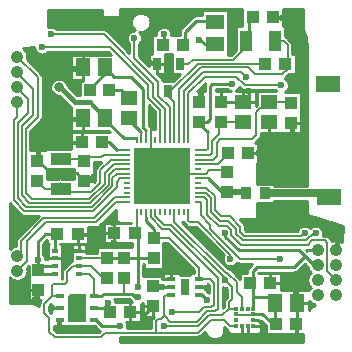
<source format=gbr>
G04 DipTrace 3.2.0.1*
G04 Top.gbr*
%MOIN*%
G04 #@! TF.FileFunction,Copper,L1,Top*
G04 #@! TF.Part,Single*
%AMOUTLINE0*
4,1,4,
-0.018755,-0.019634,
-0.018647,0.019736,
0.018755,0.019634,
0.018647,-0.019736,
-0.018755,-0.019634,
0*%
%AMOUTLINE3*
4,1,4,
0.039302,0.027655,
0.039437,-0.027462,
-0.039302,-0.027655,
-0.039437,0.027462,
0.039302,0.027655,
0*%
%AMOUTLINE6*
4,1,5,
0.029528,-0.047244,
-0.029528,-0.047244,
-0.029528,0.037402,
-0.019685,0.047244,
0.029528,0.047244,
0.029528,-0.047244,
0*%
G04 #@! TA.AperFunction,CopperBalancing*
%ADD10C,0.009843*%
G04 #@! TA.AperFunction,Conductor*
%ADD15C,0.007874*%
%ADD16C,0.015748*%
%ADD17C,0.006299*%
%ADD18C,0.009055*%
%ADD19C,0.020079*%
%ADD20C,0.025591*%
%ADD21C,0.030315*%
G04 #@! TA.AperFunction,ViaPad*
%ADD22C,0.031496*%
G04 #@! TA.AperFunction,Conductor*
%ADD23C,0.010236*%
%ADD25C,0.017717*%
%ADD26C,0.01378*%
G04 #@! TA.AperFunction,ViaPad*
%ADD28C,0.023622*%
G04 #@! TA.AperFunction,Conductor*
%ADD29C,0.005906*%
G04 #@! TA.AperFunction,CopperBalancing*
%ADD30C,0.008661*%
%ADD32R,0.051181X0.059055*%
%ADD33R,0.03937X0.043307*%
%ADD34R,0.043307X0.03937*%
%ADD36R,0.059055X0.051181*%
%ADD38R,0.057087X0.047244*%
%ADD39R,0.037402X0.03937*%
%ADD40R,0.03X0.03*%
%ADD42R,0.025591X0.041339*%
%ADD43R,0.03937X0.070866*%
G04 #@! TA.AperFunction,ComponentPad*
%ADD44C,0.041339*%
%ADD46R,0.055118X0.047244*%
%ADD47R,0.185039X0.185039*%
%ADD48O,0.007874X0.025591*%
%ADD49O,0.025591X0.007874*%
%ADD50R,0.070866X0.03937*%
%ADD51R,0.019685X0.01378*%
%ADD53R,0.031496X0.011811*%
%ADD54R,0.025591X0.05315*%
%ADD55R,0.031496X0.015748*%
%ADD57R,0.012795X0.011811*%
%ADD58R,0.011811X0.012795*%
G04 #@! TA.AperFunction,ViaPad*
%ADD61C,0.025984*%
%ADD116OUTLINE0*%
%ADD119OUTLINE3*%
%ADD122OUTLINE6*%
%FSLAX26Y26*%
G04*
G70*
G90*
G75*
G01*
G04 Top*
%LPD*%
X73658Y38976D2*
D15*
X138180D1*
X172432Y73228D1*
Y77165D1*
X73658Y7480D2*
X98031D1*
X110236Y19685D1*
X175975D1*
D10*
X168888Y12598D1*
X388976Y126378D2*
X389764D1*
Y177953D1*
X383465D1*
X330315Y125984D2*
X321260D1*
X310630Y136614D1*
Y180315D1*
X-84252Y186220D2*
D15*
Y118701D1*
X-84807D1*
Y38976D1*
D10*
X-45437Y-394D1*
X73658Y7480D2*
D15*
X-37563D1*
D10*
X-45437Y-394D1*
X242126Y284252D2*
Y265354D1*
X224016Y247244D1*
X85433Y282283D2*
Y257087D1*
X75984Y247638D1*
X275984Y77953D2*
X239361D1*
Y77165D1*
X-208268Y-157087D2*
Y-187411D1*
X-205521Y-190157D1*
X-350394Y191339D2*
D16*
X-313395D1*
D10*
X-310639Y194094D1*
X-353552Y110630D2*
X-317332D1*
X-315364Y112598D1*
X-385039Y9843D2*
X-331496D1*
X-306299Y-15354D1*
X-385039Y9843D2*
X-418504D1*
X-462992Y54331D1*
Y51181D1*
X-455512Y87402D2*
Y58661D1*
X-462992Y51181D1*
X-275197Y-2362D2*
X-287017D1*
X-300009Y-15354D1*
X-306299D1*
X-356693Y353543D2*
X-320088D1*
X-311820Y361811D1*
X381496Y-176772D2*
X383858D1*
X395276Y-165354D1*
X487008D1*
X507480Y-185827D1*
X539764Y-218110D1*
Y-239370D1*
X532677Y-246457D1*
X322835Y528740D2*
X321654D1*
Y537402D1*
X325591D1*
Y527953D1*
X356693D1*
X-414173Y-440551D2*
X-387008D1*
X-386614Y-440157D1*
X-470079Y-414961D2*
Y-390945D1*
X-459055Y-379921D1*
X-404724Y-274016D2*
X-381102D1*
X-371260Y-264173D1*
X-354331Y-247244D1*
X-325197D1*
X-324016Y-248425D1*
X-288976D1*
X-283858Y-243307D1*
X-286614Y-198031D2*
X-323622D1*
X-328740Y-192913D1*
X-206693Y-224803D2*
Y-191329D1*
X-205521Y-190157D1*
X-110236Y-471260D2*
Y-462205D1*
X-117717Y-454724D1*
X-151575D1*
X-153150Y-453150D1*
X218504Y-500787D2*
Y-524016D1*
X222835Y-528346D1*
X238189D1*
Y-500787D1*
X257874Y-481102D2*
X273228D1*
X291732Y-499606D1*
Y-500787D1*
X257874D1*
X238189Y-528346D2*
Y-541732D1*
X291732D1*
Y-500787D1*
X402756Y-538189D2*
Y-541732D1*
X291732D1*
X402756Y-538189D2*
Y-497244D1*
X400394Y-494882D1*
X313780Y-357874D2*
X374803D1*
X386614Y-369685D1*
Y-370866D1*
X391732Y-375984D1*
Y-412205D1*
X403937Y-424409D1*
Y-494882D1*
X400394D1*
X-363386Y-272047D2*
X-371260Y-264173D1*
X407874Y-3543D2*
Y107480D1*
X388976Y126378D1*
X505906Y-187402D2*
X507480Y-185827D1*
X383858Y-370866D2*
X386614D1*
X150394Y246850D2*
X223622D1*
X224016Y247244D1*
X-63386Y372835D2*
X-77165D1*
X-108268Y403937D1*
X104331Y-372835D2*
X101181Y-369685D1*
X74803D1*
X-15748Y-344094D2*
Y-296457D1*
X-16929Y-295276D1*
X-110236Y-471260D2*
Y-465354D1*
X-78740Y-433858D1*
X-394882Y-509449D2*
Y-479528D1*
X-386614D1*
X73658Y54724D2*
D17*
X122432D1*
X135030Y67323D1*
Y109440D1*
X147638Y122047D1*
X252756D1*
X267717Y137008D1*
Y211811D1*
X303150Y247244D1*
X310630D1*
X381102D1*
D10*
X383465Y244882D1*
X41177Y-119488D2*
D17*
Y-149445D1*
X46063Y-154331D1*
X72835D1*
X180709Y-262205D1*
Y-277165D1*
X73658Y70472D2*
X112589D1*
X120079Y77962D1*
Y117323D1*
X141339Y138583D1*
Y179921D1*
X150394D1*
X223622D1*
D10*
X224016Y180315D1*
X-164531Y86220D2*
D15*
X-198434D1*
D10*
X-224812Y112598D1*
X-248434D1*
X-164531Y-71260D2*
D17*
X-202756D1*
X-272441Y-140945D1*
X-442126D1*
X-517323Y-216142D1*
Y-253543D1*
X-529134Y-265354D1*
X296850Y373228D2*
Y374803D1*
X72047D1*
X-16535Y286220D1*
Y257087D1*
X-6067Y246618D1*
Y118701D1*
X-25984Y282283D2*
D10*
Y266535D1*
D17*
X-16535Y257087D1*
X464961Y-189764D2*
X458661D1*
X433465Y-214961D1*
X221260D1*
X198425Y-192126D1*
Y-175197D1*
X174016Y-150787D1*
X146063D1*
X116142Y-120866D1*
Y-73228D1*
X98425Y-55512D1*
X73658D1*
Y-39764D2*
X101181D1*
X129134Y-67717D1*
Y-112205D1*
X151181Y-134252D1*
X177953D1*
X213386Y-169685D1*
Y-187008D1*
X226772Y-200394D1*
X417323D1*
X428740Y-188976D1*
X532677Y-346457D2*
Y-345669D1*
X503150Y-316142D1*
Y-221654D1*
X496457Y-214961D1*
X452756D1*
X438189Y-229528D1*
X215354D1*
X183071Y-197244D1*
Y-179921D1*
X170866Y-167717D1*
X141732D1*
X102362Y-128346D1*
Y-80315D1*
X93307Y-71260D1*
X73658D1*
X347244Y-277165D2*
X346063Y-275984D1*
X212992D1*
X114173Y-177165D1*
Y-162598D1*
X82677Y-131102D1*
Y-87008D1*
X73658D1*
X-164531Y70472D2*
X-240945D1*
X-249213Y62205D1*
X-310639D1*
Y55915D1*
X-306299Y51575D1*
Y57874D1*
X-383071D1*
X-384252Y56693D1*
X-164531Y54724D2*
X-216535D1*
X-252756Y18504D1*
Y-22047D1*
X-282677Y-51969D1*
X-358671D1*
X-387017Y-23622D1*
Y-38967D1*
X-384252Y-41732D1*
X-437008D1*
X-462992Y-15748D1*
X-116303Y118701D2*
D15*
Y145034D1*
D10*
X-157490Y186220D1*
Y192913D1*
X-225197Y286047D2*
X-183694D1*
X-157490Y259843D1*
X-288189Y286220D2*
Y290954D1*
X-237017Y342126D1*
Y361811D1*
X-100555Y118701D2*
D15*
Y151727D1*
D18*
X-110245Y161417D1*
D10*
Y290157D1*
X-151584Y331496D1*
X-206702D1*
D18*
X-237017Y361811D1*
X73658Y-8268D2*
D15*
X107480D1*
D18*
X153543Y-54331D1*
X168888D1*
D19*
X231890D1*
Y-58268D1*
X294882D2*
D20*
X516929D1*
D21*
Y-66142D1*
D22*
X508787D1*
D10*
Y-68898D1*
X73658Y86220D2*
D15*
X100787D1*
X105118Y90551D1*
Y145669D1*
D23*
X70079Y180709D1*
X75984D1*
D10*
X102362D1*
X112992Y191339D1*
Y300394D1*
X119291Y306693D1*
X187795D1*
X-127559Y-370079D2*
Y-274016D1*
Y-271907D1*
Y-201190D1*
X-138592Y-190157D1*
X-134251D1*
X-132051Y-187958D1*
D15*
Y-119488D1*
X-390157Y296063D2*
D25*
X-387795D1*
X-338583Y246850D1*
X-288592D1*
D26*
X-235836Y194094D1*
D10*
Y187402D1*
X-174812Y126378D1*
X-133071D1*
D15*
Y122047D1*
X-132051D1*
Y118701D1*
X161417Y-190551D2*
D10*
X164567D1*
Y-203150D1*
X209055Y-247638D1*
X409055D1*
X428740Y-267323D1*
X458268Y-296850D1*
X471260D1*
X76772Y454724D2*
X79134D1*
X95276Y438583D1*
X130315D1*
X-227559Y-424016D2*
Y-445669D1*
X-220079Y-453150D1*
X-272441Y-440157D2*
X-233071D1*
X-220079Y-453150D1*
X-75197Y-274016D2*
X-127559D1*
Y-271907D2*
X-172975D1*
X-173228Y-271654D1*
X-231890Y-272047D2*
Y-274016D1*
X-175591D1*
X-173228Y-271654D1*
X-461417Y-279134D2*
Y-310630D1*
X-459055Y-312992D1*
X-404724Y-325197D2*
X-446850D1*
X-459055Y-312992D1*
X-404724Y-299606D2*
X-445669D1*
X-459055Y-312992D1*
X-404724Y-248425D2*
Y-194094D1*
X-396850D1*
X-395669Y-192913D1*
X-461417Y-279134D2*
Y-219291D1*
X-436220Y-194094D1*
X-404724D1*
X-324016Y-274016D2*
D15*
X-233858D1*
X-231890Y-272047D1*
X246850Y-357874D2*
D10*
X254724D1*
Y-317323D1*
X268504Y-303543D1*
X392520D1*
X428740Y-267323D1*
X257874Y-441732D2*
Y-402362D1*
Y-368898D1*
X246850Y-357874D1*
X257874Y-402362D2*
X307087D1*
X329134Y-424409D1*
X-46457Y-368898D2*
X-15748D1*
Y-369685D1*
X-46457Y-368898D2*
X-76772D1*
X-78740Y-366929D1*
X329134Y-424409D2*
X330709D1*
Y-492126D1*
X333465Y-494882D1*
X198819Y-461417D2*
D29*
Y-464173D1*
X257874D1*
Y-461417D1*
D10*
X287795D1*
X321260Y-494882D1*
X333465D1*
X41177Y118701D2*
D17*
Y276610D1*
X96063Y331496D1*
X200000D1*
X229134Y302362D1*
X350787D1*
X-417323Y472835D2*
X-241732D1*
X-76772Y307874D1*
Y264173D1*
X-37563Y224964D1*
Y118701D1*
X-447638Y429528D2*
X-218898D1*
X-92126Y302756D1*
Y260236D1*
X-53311Y221421D1*
Y118701D1*
X-139370Y460236D2*
Y392913D1*
X-61024Y314567D1*
Y268110D1*
X-21815Y228901D1*
Y118701D1*
X-164531Y38976D2*
X-208661D1*
X-238189Y9449D1*
Y-25197D1*
X-290551Y-77559D1*
X-481496D1*
X-501969Y-57087D1*
Y157480D1*
X-461417Y198031D1*
Y329528D1*
X-529921Y398031D1*
X255906Y528740D2*
D10*
X242520D1*
Y439370D1*
X231890Y450000D1*
D17*
Y429921D1*
X190157Y388189D1*
X55512D1*
X40157Y372835D1*
X11417D1*
X9681Y118701D2*
Y290390D1*
X81890Y362598D1*
X238189D1*
X261417Y339370D1*
X353543D1*
X372441Y358268D1*
Y373228D1*
X371260D1*
Y437008D1*
X358268Y450000D1*
X330315D1*
X363780Y373228D2*
D10*
X371260D1*
X-41732Y473228D2*
Y440551D1*
X-56299D1*
Y438189D1*
X-44488D1*
X25429Y118701D2*
D17*
Y283697D1*
X88976Y347244D1*
X216535D1*
X233071Y330709D1*
X22441Y438189D2*
D10*
X29921D1*
Y480709D1*
X66929Y517717D1*
X125984D1*
X130315Y513386D1*
X-164531Y23228D2*
D17*
X-204724D1*
X-224803Y3150D1*
Y-29134D1*
X-285433Y-89764D1*
X-490157D1*
X-514961Y-64961D1*
Y167717D1*
X-477953Y204724D1*
Y290945D1*
X-532480Y345472D1*
X-529921Y348031D1*
X-164531Y7480D2*
X-197244D1*
X-212205Y-7480D1*
Y-34646D1*
X-280709Y-103150D1*
X-498819D1*
X-528346Y-73622D1*
Y176772D1*
X-495276Y209843D1*
Y257087D1*
X-530709Y292520D1*
Y297244D1*
X-529921Y298031D1*
X-164531Y-8268D2*
X-187795D1*
X-198425Y-18898D1*
Y-38189D1*
X-276772Y-116535D1*
X-505906D1*
X-541732Y-80709D1*
Y186220D1*
X-529921Y198031D1*
Y248031D1*
X-100555Y-119488D2*
D15*
Y-137205D1*
D10*
Y-148658D1*
X-72835Y-176378D1*
Y-207087D1*
X-75197D1*
D17*
X-23622D1*
X76772Y-307480D1*
Y-344094D1*
X74803D1*
D29*
X111417D1*
X125591Y-358268D1*
Y-428346D1*
X116535Y-437402D1*
X92913D1*
X75984Y-454331D1*
X-15354D1*
X-187402Y-498819D2*
D10*
X-247244D1*
X-266535Y-479528D1*
X-272441D1*
X-164531Y-87008D2*
D17*
X-198819D1*
X-266535Y-154724D1*
X-435039D1*
X-495669Y-215354D1*
Y-281890D1*
X-529134Y-315354D1*
X-324016Y-299606D2*
X-342913D1*
X-364173Y-320866D1*
Y-353150D1*
X-369685Y-358661D1*
X-406693D1*
X-412598Y-364567D1*
Y-400787D1*
X-386614D1*
X-412598D2*
X-414567D1*
X-439370Y-425591D1*
Y-456299D1*
X-423228Y-472441D1*
Y-518898D1*
X-405118Y-537008D1*
X-251181D1*
X-235827Y-521654D1*
X-66142D1*
Y-483071D1*
X-59843Y-476772D1*
X-49213D1*
X-39764Y-467323D1*
Y-401969D1*
X-33071Y-395276D1*
X-15748D1*
X198819Y-500787D2*
X180315D1*
X158661Y-479134D1*
X115354D1*
X72835Y-521654D1*
X-66142D1*
X-39764Y-467323D2*
X-37795D1*
X-20079Y-485039D1*
X69291D1*
X102756Y-451575D1*
X128346D1*
X138189Y-441732D1*
Y-338583D1*
X-24409Y-175984D1*
X-46457D1*
X-84807Y-137634D1*
Y-119488D1*
X-324016Y-299606D2*
D15*
X-282677D1*
X-243307Y-338976D1*
X-231890D1*
X-6067Y-119488D2*
D17*
Y-152595D1*
X165354Y-324016D1*
X170866D1*
X201575Y-354724D1*
Y-386614D1*
X218504Y-403543D1*
Y-441732D1*
X-324016Y-325197D2*
X-289764D1*
X-273228Y-341732D1*
Y-400787D1*
X-272441D1*
D10*
X-250394D1*
X-241732Y-392126D1*
X-173336D1*
D17*
Y-338690D1*
D10*
X-173228Y-338583D1*
X198819Y-441732D2*
D17*
X177165D1*
Y-420079D1*
X186220Y-411024D1*
Y-370079D1*
X163276Y-347134D1*
X165638Y-344772D1*
X-16929Y-162205D1*
X-38976D1*
X-69059Y-132122D1*
Y-119488D1*
X-40157Y-498819D2*
X74409D1*
X108268Y-464961D1*
X153937D1*
X177165Y-441732D1*
X-173336Y-392126D2*
D10*
X-148031D1*
X-135827Y-404331D1*
X-128346D1*
X161417Y-347244D2*
X163276Y-347134D1*
X74803Y-395276D2*
X86614D1*
X104331Y-412992D1*
D28*
X394488Y545276D3*
X356693Y527953D3*
X17323Y519685D3*
X-41339Y518110D3*
X418504Y516535D3*
X-41732Y473228D3*
X-417323Y472835D3*
X-139370Y460236D3*
X76772Y454724D3*
X-447638Y429528D3*
X-108268Y403937D3*
X-24016Y393701D3*
X425197Y371654D3*
X-356693Y353543D3*
X427165Y334646D3*
X233071Y330709D3*
X-431890Y324803D3*
X187795Y306693D3*
X350787Y302362D3*
D22*
X-390157Y296063D3*
D28*
X242126Y284252D3*
X85433Y282283D3*
X428740Y255906D3*
X-380709Y249606D3*
X-83465Y216535D3*
X-412598Y216142D3*
X429528Y197244D3*
X-350394Y191339D3*
X-84252Y186220D3*
X-427953Y168110D3*
X-454724Y145276D3*
X429528Y132677D3*
X388976Y126378D3*
X330315Y125984D3*
X-353552Y110630D3*
X-455512Y87402D3*
X275984Y77953D3*
X-385039Y9843D3*
X-275197Y-2362D3*
X407874Y-3543D3*
X343701Y-4331D3*
X300394Y-4724D3*
X410236Y-137795D3*
X343701Y-138583D3*
X291732Y-139370D3*
X-520866Y-149606D3*
X-208268Y-157087D3*
X238976Y-174803D3*
X381496Y-176772D3*
X542913Y-177559D3*
X505906Y-187402D3*
X428740Y-188976D3*
X464961Y-189764D3*
X70866Y-194094D3*
X161417Y-190551D3*
X-286614Y-198031D3*
X-546850Y-198425D3*
X99213Y-222835D3*
X-544882Y-222441D3*
X-206693Y-224803D3*
X-283858Y-243307D3*
X12598Y-273622D3*
X-363386Y-272047D3*
X-461417Y-279134D3*
X149606Y-274803D3*
X-16929Y-295276D3*
X197638Y-314173D3*
X180709Y-277165D3*
X347244D3*
X-187402Y-498819D3*
X161417Y-347244D3*
X104331Y-372835D3*
X-46457Y-368898D3*
X-127559Y-370079D3*
X383858Y-370866D3*
X-506299Y-389764D3*
X-128346Y-404331D3*
X162598Y-398819D3*
X104331Y-412992D3*
X-498425Y-414567D3*
X-470079Y-414961D3*
X-227559Y-424016D3*
X-414173Y-440551D3*
X-110236Y-471260D3*
X-127165Y-500787D3*
X-40157Y-498819D3*
X-394882Y-509449D3*
X402756Y-538189D3*
X83071Y-541339D3*
X1181Y-544882D3*
X-15354Y-454331D3*
D61*
X-46072Y62992D3*
X19676Y62598D3*
X-118110Y61811D3*
X-117323Y0D3*
X-45678D3*
X18888Y-787D3*
X-118504Y-62205D3*
X19676Y-64173D3*
X-46072Y-64567D3*
X-424784Y546982D2*
D30*
X-246538D1*
X-186730D2*
X86588D1*
X174055D2*
X220045D1*
X358686D2*
X422760D1*
X-424834Y538451D2*
X-246538D1*
X-186595D2*
X-138490D1*
X-97731D2*
X86588D1*
X174055D2*
X220045D1*
X358686D2*
X422760D1*
X-424885Y529921D2*
X-146593D1*
X-89627D2*
X52450D1*
X174055D2*
X220045D1*
X358686D2*
X422760D1*
X-424919Y521391D2*
X-150585D1*
X-85635D2*
X43907D1*
X174055D2*
X220045D1*
X358686D2*
X422760D1*
X-424970Y512861D2*
X-151990D1*
X-84231D2*
X35381D1*
X174055D2*
X220045D1*
X358686D2*
X422760D1*
X-425020Y504331D2*
X-151144D1*
X-85077D2*
X26855D1*
X174055D2*
X220045D1*
X358686D2*
X422760D1*
X-406209Y495801D2*
X-147862D1*
X-88359D2*
X-53686D1*
X-29776D2*
X18329D1*
X174055D2*
X198003D1*
X364200D2*
X422760D1*
X-232896Y487270D2*
X-141078D1*
X-95142D2*
X-63464D1*
X-19998D2*
X12019D1*
X174055D2*
X198003D1*
X364200D2*
X422946D1*
X-223456Y478740D2*
X-157268D1*
X-121465D2*
X-67135D1*
X-16327D2*
X10801D1*
X174055D2*
X198003D1*
X364200D2*
X426414D1*
X-214930Y470210D2*
X-163324D1*
X-115409D2*
X-80347D1*
X174055D2*
X198003D1*
X364200D2*
X429882D1*
X-206387Y461680D2*
X-165337D1*
X-113396D2*
X-80347D1*
X174055D2*
X198003D1*
X370764D2*
X433096D1*
X-197861Y453150D2*
X-164373D1*
X-114377D2*
X-80347D1*
X174055D2*
X198003D1*
X379307D2*
X433705D1*
X-189335Y444619D2*
X-159957D1*
X-118792D2*
X-80347D1*
X174055D2*
X198003D1*
X386751D2*
X434314D1*
X-180809Y436089D2*
X-156726D1*
X-122023D2*
X-80347D1*
X174055D2*
X198003D1*
X388611D2*
X434923D1*
X-493889Y427559D2*
X-473579D1*
X-172266D2*
X-156726D1*
X-122023D2*
X-80347D1*
X174055D2*
X198003D1*
X388611D2*
X435532D1*
X-502297Y419029D2*
X-471362D1*
X-163740D2*
X-156726D1*
X-122023D2*
X-80347D1*
X174055D2*
X196819D1*
X388611D2*
X435752D1*
X-497408Y410499D2*
X-464951D1*
X-430332D2*
X-224055D1*
X-122023D2*
X-80347D1*
X174055D2*
X188276D1*
X388611D2*
X435752D1*
X-495276Y401969D2*
X-351608D1*
X-122023D2*
X-90378D1*
X-36390D2*
X-15589D1*
X399641D2*
X435769D1*
X-495361Y393438D2*
X-351608D1*
X-115713D2*
X-90378D1*
X-36390D2*
X-15589D1*
X399641D2*
X435769D1*
X-492620Y384908D2*
X-351608D1*
X-107187D2*
X-90378D1*
X-36390D2*
X-15589D1*
X399641D2*
X435769D1*
X-484077Y376378D2*
X-351608D1*
X-98644D2*
X-90378D1*
X-36390D2*
X-15589D1*
X399641D2*
X435786D1*
X-475551Y367848D2*
X-351608D1*
X-36390D2*
X-15589D1*
X399641D2*
X435786D1*
X-467025Y359318D2*
X-351608D1*
X-36390D2*
X-15589D1*
X399641D2*
X435803D1*
X-458499Y350787D2*
X-351608D1*
X-36390D2*
X-15589D1*
X399641D2*
X435803D1*
X-449956Y342257D2*
X-351608D1*
X-36390D2*
X-15589D1*
X399641D2*
X435803D1*
X-444610Y333727D2*
X-351608D1*
X-55997D2*
X6792D1*
X372084D2*
X435820D1*
X-444069Y325197D2*
X-351608D1*
X-47555D2*
X-1751D1*
X362830D2*
X435820D1*
X-444069Y316667D2*
X-411561D1*
X-368755D2*
X-315660D1*
X-43800D2*
X-10277D1*
X372337D2*
X435820D1*
X-444069Y308136D2*
X-417482D1*
X-362834D2*
X-320853D1*
X376127D2*
X435836D1*
X-444069Y299606D2*
X-419901D1*
X-359079D2*
X-321056D1*
X88355D2*
X93863D1*
X376651D2*
X435836D1*
X-444069Y291076D2*
X-419682D1*
X-350553D2*
X-321073D1*
X79829D2*
X93863D1*
X208380D2*
X216239D1*
X374131D2*
X435836D1*
X-444069Y282546D2*
X-416772D1*
X-342026D2*
X-321107D1*
X132118D2*
X179902D1*
X367144D2*
X435853D1*
X-444069Y274016D2*
X-409988D1*
X-333483D2*
X-321124D1*
X417353D2*
X435853D1*
X-444069Y265486D2*
X-389468D1*
X417353D2*
X435853D1*
X-444069Y256955D2*
X-380942D1*
X417353D2*
X435870D1*
X-444069Y248425D2*
X-372416D1*
X417353D2*
X435870D1*
X-444069Y239895D2*
X-363890D1*
X417353D2*
X435887D1*
X-444069Y231365D2*
X-355347D1*
X417353D2*
X435887D1*
X-444069Y222835D2*
X-350441D1*
X-91116D2*
X-78909D1*
X417353D2*
X435887D1*
X-444069Y214304D2*
X-350441D1*
X-91116D2*
X-70670D1*
X417353D2*
X435904D1*
X-444069Y205774D2*
X-350441D1*
X-91116D2*
X-70670D1*
X417353D2*
X435904D1*
X-444086Y197244D2*
X-350441D1*
X-91116D2*
X-70670D1*
X417353D2*
X435904D1*
X-446945Y188714D2*
X-350441D1*
X-91116D2*
X-70670D1*
X417353D2*
X435921D1*
X-455082Y180184D2*
X-350441D1*
X-91116D2*
X-70670D1*
X417353D2*
X435921D1*
X-463608Y171654D2*
X-350441D1*
X-91116D2*
X-70670D1*
X417353D2*
X435921D1*
X-472134Y163123D2*
X-350441D1*
X-85923D2*
X-70670D1*
X417353D2*
X435938D1*
X-480677Y154593D2*
X-350441D1*
X417353D2*
X435938D1*
X-484618Y146063D2*
X-221179D1*
X417353D2*
X435955D1*
X-484618Y137533D2*
X-351219D1*
X285064D2*
X435955D1*
X-484618Y129003D2*
X-351219D1*
X283000D2*
X435955D1*
X-484618Y120472D2*
X-351219D1*
X275370D2*
X435972D1*
X-484618Y111942D2*
X-351219D1*
X266827D2*
X435972D1*
X-484618Y103412D2*
X-351219D1*
X275218D2*
X435972D1*
X-484618Y94882D2*
X-351219D1*
X275218D2*
X435989D1*
X-484618Y86352D2*
X-433892D1*
X275218D2*
X435989D1*
X275218Y77822D2*
X435989D1*
X275218Y69291D2*
X436006D1*
X275218Y60761D2*
X436006D1*
X275218Y52231D2*
X436006D1*
X-272414Y43701D2*
X-251748D1*
X270938D2*
X436023D1*
X-272414Y35171D2*
X-260274D1*
X270938D2*
X436023D1*
X-272414Y26640D2*
X-267970D1*
X270938D2*
X436039D1*
X-429097Y18110D2*
X-340189D1*
X270938D2*
X436039D1*
X-429097Y9580D2*
X-340189D1*
X270938D2*
X436039D1*
X-429097Y1050D2*
X-340189D1*
X270938D2*
X436056D1*
X-429097Y-7480D2*
X-391244D1*
X-382793D2*
X-340189D1*
X270938D2*
X436056D1*
X270938Y-16010D2*
X436056D1*
X270938Y-24541D2*
X436073D1*
X270938Y-92782D2*
X436124D1*
X-553910Y-101312D2*
X-545306D1*
X270938D2*
X436124D1*
X-553893Y-109843D2*
X-536780D1*
X270938D2*
X436124D1*
X-553893Y-118373D2*
X-528254D1*
X-205998D2*
X-200981D1*
X270938D2*
X436141D1*
X-553876Y-126903D2*
X-519728D1*
X-214524D2*
X-200913D1*
X270938D2*
X436141D1*
X-553859Y-135433D2*
X-460806D1*
X-223067D2*
X-200862D1*
X270938D2*
X451079D1*
X-553859Y-143963D2*
X-469332D1*
X-231593D2*
X-201877D1*
X270938D2*
X478213D1*
X-553842Y-152493D2*
X-477858D1*
X-240119D2*
X-197056D1*
X220374D2*
X505348D1*
X-553825Y-161024D2*
X-486385D1*
X-248646D2*
X-241378D1*
X228274D2*
X532482D1*
X-553825Y-169554D2*
X-494911D1*
X-258457D2*
X-241378D1*
X230744D2*
X411899D1*
X480791D2*
X553848D1*
X-553808Y-178084D2*
X-503454D1*
X-292883D2*
X-241378D1*
X43610D2*
X72412D1*
X230744D2*
X405200D1*
X488099D2*
X553814D1*
X-553791Y-186614D2*
X-511980D1*
X-292883D2*
X-241378D1*
X52136D2*
X80938D1*
X490772D2*
X553798D1*
X-553791Y-195144D2*
X-520506D1*
X-292883D2*
X-241378D1*
X60662D2*
X89464D1*
X490400D2*
X553764D1*
X-553774Y-203675D2*
X-529032D1*
X-292883D2*
X-241378D1*
X69205D2*
X97990D1*
X509347D2*
X553747D1*
X-553758Y-212205D2*
X-534208D1*
X-292883D2*
X-241378D1*
X77731D2*
X106517D1*
X517535D2*
X553713D1*
X-553741Y-220735D2*
X-534682D1*
X-436169D2*
X-431524D1*
X-292883D2*
X-241378D1*
X86257D2*
X115060D1*
X-553741Y-229265D2*
X-534682D1*
X-442293D2*
X-428766D1*
X-380681D2*
X-348056D1*
X-299971D2*
X-146678D1*
X-41313D2*
X-25621D1*
X94783D2*
X123586D1*
X-442293Y-237795D2*
X-428766D1*
X-380681D2*
X-348056D1*
X-299971D2*
X-265772D1*
X-41313D2*
X-17095D1*
X103326D2*
X132112D1*
X-442293Y-246325D2*
X-428766D1*
X-380681D2*
X-348056D1*
X-299971D2*
X-265772D1*
X-41313D2*
X-8569D1*
X111852D2*
X140638D1*
X-442293Y-254856D2*
X-428766D1*
X-380681D2*
X-348056D1*
X-299971D2*
X-265772D1*
X-41313D2*
X-43D1*
X120378D2*
X149181D1*
X-440939Y-263386D2*
X-428766D1*
X-380681D2*
X-348056D1*
X-41313D2*
X8500D1*
X128904D2*
X157707D1*
X-436456Y-271916D2*
X-428766D1*
X-380681D2*
X-348056D1*
X-41313D2*
X17026D1*
X137430D2*
X155254D1*
X-380681Y-280446D2*
X-348056D1*
X-41313D2*
X25553D1*
X145973D2*
X154916D1*
X-380681Y-288976D2*
X-356463D1*
X-41313D2*
X34079D1*
X-380681Y-297507D2*
X-364989D1*
X-41313D2*
X42622D1*
X196369D2*
X247857D1*
X425253D2*
X432233D1*
X-380681Y-306037D2*
X-373532D1*
X-41313D2*
X51148D1*
X171552D2*
X239500D1*
X416710D2*
X437647D1*
X-108439Y-314567D2*
X59420D1*
X185609D2*
X235812D1*
X408184D2*
X441368D1*
X-108439Y-323097D2*
X59420D1*
X194136D2*
X235592D1*
X275641D2*
X446054D1*
X-498406Y-331627D2*
X-492948D1*
X-108439D2*
X-45701D1*
X202662D2*
X210995D1*
X349635D2*
X439981D1*
X-505003Y-340157D2*
X-492948D1*
X349635D2*
X437054D1*
X-553571Y-348688D2*
X-536746D1*
X-521531D2*
X-492948D1*
X349635D2*
X436429D1*
X-553555Y-357218D2*
X-492948D1*
X349635D2*
X438002D1*
X-553555Y-365748D2*
X-492948D1*
X349635D2*
X442113D1*
X-553538Y-374278D2*
X-492948D1*
X155548D2*
X166233D1*
X349635D2*
X444955D1*
X-553521Y-382808D2*
X-492948D1*
X155548D2*
X168872D1*
X-553521Y-391339D2*
X-492948D1*
X155548D2*
X168872D1*
X-553504Y-399869D2*
X-492948D1*
X155548D2*
X168872D1*
X-553487Y-408399D2*
X-492948D1*
X155548D2*
X164660D1*
X-553470Y-416929D2*
X-454260D1*
X-202564D2*
X-150975D1*
X155548D2*
X160109D1*
X-471948Y-425459D2*
X-456729D1*
X443726D2*
X452009D1*
X-422009Y-433990D2*
X-416569D1*
X-117286D2*
X-112624D1*
X443726D2*
X451755D1*
X-422009Y-442520D2*
X-416569D1*
X-117286D2*
X-112624D1*
X-117286Y-451050D2*
X-112624D1*
X-117286Y-459580D2*
X-112624D1*
X-117286Y-468110D2*
X-112624D1*
X-117286Y-476640D2*
X-82191D1*
X-117286Y-485171D2*
X-83493D1*
X-161913Y-493701D2*
X-83493D1*
X284979D2*
X293397D1*
X-405871Y-502231D2*
X-270526D1*
X-161625D2*
X-83493D1*
X285013D2*
X297609D1*
X-405871Y-510761D2*
X-262000D1*
X285064D2*
X297609D1*
X-398647Y-519291D2*
X-257652D1*
X160979D2*
X173000D1*
X283879D2*
X297609D1*
X90858Y-527822D2*
X98210D1*
X157697D2*
X297609D1*
X81165Y-536352D2*
X104994D1*
X150913D2*
X421186D1*
X-185326Y-544882D2*
X421186D1*
X-185106Y-553412D2*
X421186D1*
X-349883Y404677D2*
X-217363D1*
X-225738Y413050D1*
X-428649Y413039D1*
X-431304Y410404D1*
X-434497Y408084D1*
X-438013Y406292D1*
X-441767Y405073D1*
X-445665Y404455D1*
X-449611D1*
X-453509Y405073D1*
X-457262Y406292D1*
X-460778Y408084D1*
X-463971Y410404D1*
X-466762Y413194D1*
X-469081Y416387D1*
X-470873Y419903D1*
X-472093Y423657D1*
X-472710Y427554D1*
X-472705Y431539D1*
X-476466Y429668D1*
X-501823Y426774D1*
X-511632Y426706D1*
X-507835Y423891D1*
X-504061Y420118D1*
X-500925Y415801D1*
X-498502Y411046D1*
X-496853Y405970D1*
X-496018Y400700D1*
Y395363D1*
X-496853Y390093D1*
X-497252Y388677D1*
X-448880Y340236D1*
X-447359Y338143D1*
X-446184Y335837D1*
X-445385Y333377D1*
X-444980Y330821D1*
X-444929Y303543D1*
X-444980Y196738D1*
X-445385Y194182D1*
X-446184Y191722D1*
X-447359Y189416D1*
X-448880Y187323D1*
X-468132Y167999D1*
X-485489Y150642D1*
X-485480Y86176D1*
X-433021Y86173D1*
X-433024Y89716D1*
X-350351D1*
X-350355Y145622D1*
X-219870D1*
X-225488Y151230D1*
X-349568Y151228D1*
Y227560D1*
X-351630Y228893D1*
X-354283Y231160D1*
X-390157Y266976D1*
X-394708Y267334D1*
X-399146Y268400D1*
X-403363Y270147D1*
X-407254Y272531D1*
X-410725Y275496D1*
X-413689Y278966D1*
X-416074Y282858D1*
X-417820Y287075D1*
X-418886Y291513D1*
X-419244Y296063D1*
X-418886Y300613D1*
X-417820Y305051D1*
X-416074Y309268D1*
X-413689Y313160D1*
X-410725Y316630D1*
X-407254Y319595D1*
X-403363Y321979D1*
X-399146Y323726D1*
X-394708Y324792D1*
X-390157Y325150D1*
X-385607Y324792D1*
X-381169Y323726D1*
X-376952Y321979D1*
X-373061Y319595D1*
X-369590Y316630D1*
X-366626Y313160D1*
X-364241Y309268D1*
X-362494Y305051D1*
X-361546Y301199D1*
X-329383Y269042D1*
X-320262Y269047D1*
X-320131Y307040D1*
X-319798Y309106D1*
X-319145Y311095D1*
X-318190Y312957D1*
X-316955Y314647D1*
X-315471Y316123D1*
X-313774Y317349D1*
X-311907Y318294D1*
X-309910Y318936D1*
X-350749Y318945D1*
Y404677D1*
X-349883D1*
X70511Y282630D2*
X94730D1*
X94788Y301826D1*
X95237Y304656D1*
X96122Y307381D1*
X96725Y308688D1*
X92411Y304526D1*
X70508Y282623D1*
X131252Y281842D2*
X183119D1*
X180024Y282774D1*
X176378Y284284D1*
X173013Y286346D1*
X170472Y288433D1*
X131242D1*
X131252Y281836D1*
X362063Y279874D2*
X416488D1*
Y142961D1*
X350441D1*
Y143356D1*
X284202Y143354D1*
X284154Y135714D1*
X283749Y133159D1*
X282950Y130698D1*
X281775Y128393D1*
X280254Y126300D1*
X264411Y110385D1*
X264999Y110189D1*
X274353D1*
Y44142D1*
X270080D1*
X270079Y-25242D1*
X326922Y-25244D1*
Y-32130D1*
X436933Y-32134D1*
X436614Y424643D1*
X433918Y462401D1*
X423735Y487600D1*
X423622Y492913D1*
Y555523D1*
X357835Y555467D1*
X357827Y498769D1*
X363339Y498771D1*
X363363Y465681D1*
X365753Y464691D1*
X367959Y463339D1*
X369930Y461655D1*
X383798Y447716D1*
X385318Y445623D1*
X386493Y443318D1*
X387293Y440857D1*
X387697Y438302D1*
X387748Y411024D1*
Y406236D1*
X398772Y406252D1*
Y340205D1*
X377710D1*
X364252Y326832D1*
X362154Y325309D1*
X362205Y324771D1*
X365570Y322709D1*
X368571Y320146D1*
X371134Y317145D1*
X373196Y313780D1*
X374706Y310134D1*
X375627Y306296D1*
X375937Y302362D1*
X375627Y298428D1*
X374706Y294591D1*
X373196Y290945D1*
X371134Y287580D1*
X368571Y284579D1*
X365570Y282016D1*
X362030Y279873D1*
X-273275Y16582D2*
Y-19247D1*
X-269252Y-15225D1*
X-269193Y19798D1*
X-268789Y22353D1*
X-267989Y24814D1*
X-266815Y27119D1*
X-265294Y29212D1*
X-248852Y45726D1*
X-273285Y45716D1*
X-273292Y16582D1*
X-339323Y-8708D2*
Y23671D1*
X-429961Y23669D1*
X-429968Y-8720D1*
X-394064Y-8709D1*
X-390866Y-7589D1*
X-388311Y-7185D1*
X-385723D1*
X-383168Y-7589D1*
X-380703Y-8391D1*
X-376724Y-8709D1*
X-339321D1*
X-239647Y-157134D2*
X-149342D1*
X-149902Y-155203D1*
X-189377Y-155371D1*
X-191429Y-154960D1*
X-193392Y-154234D1*
X-195217Y-153209D1*
X-196860Y-151911D1*
X-198279Y-150373D1*
X-199440Y-148631D1*
X-200314Y-146730D1*
X-200880Y-144715D1*
X-201124Y-142636D1*
X-201040Y-140544D1*
X-200629Y-138492D1*
X-200303Y-137492D1*
X-200013Y-132770D1*
X-200159Y-111675D1*
X-255827Y-167262D1*
X-257920Y-168783D1*
X-260226Y-169958D1*
X-262686Y-170757D1*
X-265242Y-171162D1*
X-292520Y-171213D1*
X-293755D1*
X-293748Y-225937D1*
X-386475D1*
X-384598Y-228197D1*
X-381543D1*
Y-342169D1*
X-380658Y-342173D1*
X-380611Y-319572D1*
X-380206Y-317017D1*
X-379406Y-314556D1*
X-378232Y-312251D1*
X-376711Y-310158D1*
X-357459Y-290834D1*
X-353622Y-287069D1*
X-351528Y-285548D1*
X-349223Y-284373D1*
X-348004Y-283924D1*
X-347197Y-280858D1*
Y-228197D1*
X-300834D1*
Y-256743D1*
X-264925Y-256740D1*
X-264913Y-237055D1*
X-206263D1*
X-206252Y-236662D1*
X-145808D1*
X-145819Y-223169D1*
X-240513Y-223181D1*
Y-157134D1*
X-239647D1*
X-422982Y-225937D2*
X-430661D1*
Y-214349D1*
X-443154Y-226851D1*
X-443157Y-261837D1*
X-441071Y-264351D1*
X-439009Y-267716D1*
X-437499Y-271362D1*
X-436577Y-275200D1*
X-436312Y-278001D1*
X-427913Y-278000D1*
X-427905Y-228197D1*
X-422983D1*
X-422984Y-225943D1*
X-451931Y-414913D2*
X-492079D1*
Y-301615D1*
X-496439Y-305977D1*
X-495545Y-310034D1*
X-495126Y-315354D1*
X-495545Y-320674D1*
X-496790Y-325863D1*
X-498833Y-330794D1*
X-501621Y-335344D1*
X-505087Y-339402D1*
X-509145Y-342867D1*
X-513695Y-345656D1*
X-518625Y-347698D1*
X-523814Y-348944D1*
X-529134Y-349362D1*
X-534454Y-348944D1*
X-539643Y-347698D1*
X-544573Y-345656D1*
X-549123Y-342867D1*
X-553181Y-339402D1*
X-554448Y-338030D1*
X-554331Y-422441D1*
X-478850Y-422494D1*
X-477560Y-422914D1*
X-455863Y-434536D1*
X-455808Y-424297D1*
X-455403Y-421741D1*
X-454603Y-419281D1*
X-453429Y-416975D1*
X-452706Y-415895D1*
X-75236Y-468850D2*
X-111764D1*
Y-423239D1*
X-115206Y-425774D1*
X-118155Y-427304D1*
X-118157Y-486173D1*
X-165663D1*
X-164166Y-489195D1*
X-162947Y-492948D1*
X-162329Y-496846D1*
Y-500792D1*
X-162947Y-504690D1*
X-163083Y-505173D1*
X-82645Y-505165D1*
X-82579Y-481777D1*
X-82174Y-479222D1*
X-81375Y-476761D1*
X-80200Y-474456D1*
X-78680Y-472363D1*
X-75229Y-468840D1*
X-109311Y-331937D2*
X-45716D1*
Y-343762D1*
X-44834Y-343418D1*
Y-324851D1*
X13339D1*
Y-329774D1*
X45703Y-329772D1*
X45717Y-324851D1*
X60282D1*
X60283Y-314304D1*
X-30452Y-223575D1*
X-42180D1*
X-42173Y-309008D1*
X-108220D1*
Y-292277D1*
X-109299Y-295669D1*
Y-331922D1*
X279654Y-324851D2*
X348772D1*
Y-381546D1*
X440894Y-381543D1*
X442263Y-379081D1*
X445400Y-374764D1*
X448231Y-371861D1*
X445400Y-368937D1*
X442263Y-364619D1*
X439841Y-359865D1*
X438192Y-354789D1*
X437357Y-349519D1*
Y-344182D1*
X438192Y-338911D1*
X439841Y-333836D1*
X442263Y-329081D1*
X445400Y-324764D1*
X448231Y-321861D1*
X445400Y-318937D1*
X442263Y-314619D1*
X439841Y-309865D1*
X438192Y-304789D1*
X437657Y-302056D1*
X428741Y-293147D1*
X404379Y-317428D1*
X402060Y-319112D1*
X399507Y-320413D1*
X396782Y-321299D1*
X393952Y-321747D1*
X370866Y-321803D1*
X276081D1*
X273030Y-324840D1*
X279654Y-324851D1*
X216189D2*
X236472D1*
X236521Y-315890D1*
X236969Y-313060D1*
X237854Y-310335D1*
X239155Y-307782D1*
X240839Y-305464D1*
X253763Y-292461D1*
X211698Y-292422D1*
X209143Y-292017D1*
X206682Y-291217D1*
X204377Y-290043D1*
X203297Y-289320D1*
X202152Y-290306D1*
X199833Y-293499D1*
X197042Y-296289D1*
X193849Y-298609D1*
X190333Y-300401D1*
X186580Y-301620D1*
X182682Y-302237D1*
X178735D1*
X174838Y-301620D1*
X171084Y-300401D1*
X167568Y-298609D1*
X164375Y-296289D1*
X161585Y-293499D1*
X159265Y-290306D1*
X157473Y-286790D1*
X156254Y-283036D1*
X155637Y-279139D1*
Y-275192D1*
X156254Y-271294D1*
X157473Y-267541D1*
X159246Y-264058D1*
X65997Y-170811D1*
X44769Y-170768D1*
X42214Y-170363D1*
X39753Y-169564D1*
X37448Y-168389D1*
X35355Y-166869D1*
X29518Y-161104D1*
X27838Y-159137D1*
X26486Y-156931D1*
X25495Y-154535D1*
X23322Y-154005D1*
X18704Y-154037D1*
X172235Y-307578D1*
X174715Y-307983D1*
X177176Y-308783D1*
X179481Y-309957D1*
X181574Y-311478D1*
X200899Y-330730D1*
X211868Y-341700D1*
X211858Y-324851D1*
X216189D1*
X442866Y-415570D2*
X442974Y-446043D1*
X453776Y-432626D1*
X454908Y-431881D1*
X462753Y-429770D1*
X458246Y-428270D1*
X453491Y-425847D1*
X449173Y-422710D1*
X445400Y-418937D1*
X442872Y-415530D1*
X-202713Y-420126D2*
X-147917D1*
X-149790Y-417471D1*
X-151204Y-414775D1*
X-155593Y-410388D1*
X-206408Y-410386D1*
X-204324Y-414391D1*
X-203104Y-418145D1*
X-202715Y-420120D1*
X365395Y-527906D2*
X298473D1*
Y-497912D1*
X284053Y-483499D1*
X284168Y-514764D1*
X283851Y-516833D1*
X283213Y-518826D1*
X282272Y-520696D1*
X281049Y-522395D1*
X279576Y-523882D1*
X277889Y-525120D1*
X276028Y-526079D1*
X274041Y-526735D1*
X271975Y-527072D1*
X249151Y-527018D1*
X184719Y-526678D1*
X182653Y-526341D1*
X180665Y-525685D1*
X178805Y-524726D1*
X177117Y-523488D1*
X175644Y-522002D1*
X174422Y-520302D1*
X173480Y-518433D1*
X172842Y-516440D1*
X172642Y-515407D1*
X170623Y-514127D1*
X168656Y-512446D1*
X159984Y-503774D1*
X160570Y-506645D1*
X160976Y-511811D1*
X160570Y-516977D1*
X159360Y-522016D1*
X157377Y-526803D1*
X154669Y-531222D1*
X151304Y-535162D1*
X147364Y-538528D1*
X142945Y-541235D1*
X138158Y-543218D1*
X133119Y-544428D1*
X127953Y-544835D1*
X122787Y-544428D1*
X117748Y-543218D1*
X112960Y-541235D1*
X108542Y-538528D1*
X104602Y-535162D1*
X101236Y-531222D1*
X98528Y-526803D1*
X96545Y-522016D1*
X96378Y-521421D1*
X83543Y-534191D1*
X81450Y-535712D1*
X79144Y-536887D1*
X76684Y-537686D1*
X74128Y-538091D1*
X46850Y-538142D1*
X-186370D1*
X-185941Y-554334D1*
X422046Y-554331D1*
X422047Y-527890D1*
X365402Y-527902D1*
X91780Y552315D2*
X173181D1*
Y404685D1*
X183318Y404677D1*
X198870Y420219D1*
X198866Y498771D1*
X220909D1*
X220913Y555382D1*
X-187732Y555121D1*
X-187445Y534036D1*
X-187843Y532741D1*
X-188622Y531632D1*
X-189705Y530819D1*
X-190987Y530379D1*
X-200394Y530315D1*
X-242016Y530368D1*
X-243305Y530787D1*
X-244401Y531583D1*
X-245197Y532680D1*
X-245616Y533968D1*
X-245669Y547638D1*
Y553914D1*
X-425615Y553519D1*
X-425932Y496460D1*
X-423194Y497289D1*
X-419296Y497907D1*
X-415350D1*
X-411452Y497289D1*
X-407698Y496070D1*
X-404182Y494278D1*
X-400989Y491959D1*
X-398340Y489321D1*
X-240439Y489272D1*
X-237883Y488867D1*
X-235422Y488068D1*
X-233117Y486893D1*
X-231024Y485372D1*
X-211700Y466120D1*
X-155849Y410269D1*
X-155858Y441245D1*
X-158494Y443903D1*
X-160814Y447096D1*
X-162605Y450612D1*
X-163825Y454365D1*
X-164442Y458263D1*
Y462209D1*
X-163825Y466107D1*
X-162605Y469861D1*
X-160814Y473377D1*
X-158494Y476570D1*
X-155703Y479360D1*
X-152511Y481680D1*
X-148994Y483471D1*
X-145241Y484691D1*
X-141343Y485308D1*
X-137836Y485326D1*
X-141461Y488460D1*
X-144827Y492400D1*
X-147534Y496819D1*
X-149518Y501606D1*
X-150727Y506645D1*
X-151134Y511811D1*
X-150727Y516977D1*
X-149518Y522016D1*
X-147534Y526803D1*
X-144827Y531222D1*
X-141461Y535162D1*
X-137521Y538528D1*
X-133103Y541235D1*
X-128315Y543218D1*
X-123276Y544428D1*
X-118110Y544835D1*
X-112944Y544428D1*
X-107905Y543218D1*
X-103118Y541235D1*
X-98699Y538528D1*
X-94759Y535162D1*
X-91394Y531222D1*
X-88686Y526803D1*
X-86703Y522016D1*
X-85493Y516977D1*
X-85087Y511811D1*
X-85493Y506645D1*
X-86703Y501606D1*
X-88686Y496819D1*
X-91394Y492400D1*
X-94759Y488460D1*
X-98699Y485094D1*
X-103118Y482387D1*
X-107905Y480404D1*
X-112944Y479194D1*
X-118110Y478787D1*
X-122783Y479136D1*
X-120246Y476570D1*
X-117927Y473377D1*
X-116135Y469861D1*
X-114915Y466107D1*
X-114298Y462209D1*
Y458263D1*
X-114915Y454365D1*
X-116135Y450612D1*
X-117927Y447096D1*
X-120246Y443903D1*
X-122884Y441254D1*
X-122882Y399759D1*
X-89516Y366378D1*
X-89520Y406843D1*
X-79481D1*
X-79480Y471213D1*
X-66804Y471255D1*
Y475202D1*
X-66187Y479099D1*
X-64967Y482853D1*
X-63176Y486369D1*
X-60856Y489562D1*
X-58066Y492352D1*
X-54873Y494672D1*
X-51357Y496464D1*
X-47603Y497683D1*
X-43705Y498300D1*
X-39759D1*
X-35861Y497683D1*
X-32108Y496464D1*
X-28592Y494672D1*
X-25399Y492352D1*
X-22608Y489562D1*
X-20289Y486369D1*
X-18497Y482853D1*
X-17278Y479099D1*
X-16660Y475202D1*
X-16665Y471217D1*
X11657Y471213D1*
X11718Y482141D1*
X12166Y484971D1*
X13051Y487696D1*
X14352Y490249D1*
X16036Y492568D1*
X32321Y508932D1*
X55070Y531601D1*
X57388Y533286D1*
X59941Y534586D1*
X62666Y535472D1*
X65496Y535920D1*
X87449Y535976D1*
Y552315D1*
X91780D1*
X326922Y-84403D2*
Y-91292D1*
X270064D1*
X270079Y-144882D1*
X211902D1*
X225924Y-158977D1*
X227444Y-161070D1*
X228619Y-163375D1*
X229418Y-165836D1*
X229823Y-168391D1*
X229874Y-180190D1*
X233598Y-183902D1*
X404111Y-183905D1*
X404821Y-181205D1*
X406332Y-177559D1*
X408394Y-174194D1*
X410957Y-171193D1*
X413958Y-168630D1*
X417322Y-166568D1*
X420969Y-165058D1*
X424806Y-164136D1*
X428740Y-163827D1*
X432674Y-164136D1*
X436512Y-165058D1*
X440158Y-166568D1*
X443523Y-168630D1*
X446524Y-171193D1*
X447220Y-171946D1*
X450178Y-169417D1*
X453543Y-167355D1*
X457189Y-165845D1*
X461026Y-164924D1*
X464961Y-164614D1*
X468895Y-164924D1*
X472732Y-165845D1*
X476378Y-167355D1*
X479743Y-169417D1*
X482744Y-171980D1*
X485307Y-174981D1*
X487369Y-178346D1*
X488879Y-181992D1*
X489801Y-185830D1*
X490110Y-189764D1*
X489801Y-193698D1*
X488879Y-197535D1*
X488535Y-198469D1*
X497750Y-198523D1*
X500306Y-198928D1*
X502766Y-199727D1*
X505072Y-200902D1*
X507165Y-202423D1*
X514809Y-209995D1*
X516489Y-211962D1*
X517841Y-214168D1*
X518385Y-215349D1*
X519179Y-215242D1*
X522423Y-214031D1*
X525774Y-213157D1*
X529197Y-212627D1*
X532655Y-212449D1*
X536114Y-212623D1*
X539537Y-213148D1*
X542889Y-214018D1*
X546135Y-215225D1*
X549241Y-216755D1*
X552176Y-218594D1*
X554559Y-220427D1*
X554715Y-167752D1*
X439409Y-131436D1*
X438306Y-130650D1*
X437499Y-129562D1*
X437068Y-128277D1*
X437002Y-118901D1*
X436977Y-84407D1*
X326936Y-84402D1*
X12768Y338826D2*
X-14716D1*
Y405160D1*
X-37252Y405110D1*
Y338827D1*
X-61967D1*
X-48486Y325275D1*
X-46965Y323182D1*
X-45790Y320877D1*
X-44991Y318416D1*
X-44738Y317141D1*
X-43457Y316291D1*
X-9775D1*
X12752Y338825D1*
X211049Y297119D2*
X209239Y293552D1*
X206919Y290360D1*
X204129Y287569D1*
X200936Y285249D1*
X199038Y284204D1*
X264914D1*
Y232327D1*
X269730Y237143D1*
X269733Y284204D1*
X333391D1*
X331805Y285876D1*
X227840Y285925D1*
X225285Y286330D1*
X222824Y287129D1*
X220519Y288304D1*
X218426Y289824D1*
X211051Y297127D1*
X164961Y-372130D2*
X161417Y-372394D1*
X157483Y-372084D1*
X154678Y-371454D1*
X154677Y-440916D1*
X160688Y-434892D1*
X160728Y-418785D1*
X161133Y-416230D1*
X161932Y-413769D1*
X163107Y-411464D1*
X164628Y-409370D1*
X169729Y-404197D1*
X169732Y-376902D1*
X164956Y-372132D1*
X105032Y-387870D2*
X108265Y-388152D1*
X109301Y-388358D1*
X109299Y-365027D1*
X104681Y-360397D1*
X103890Y-363433D1*
Y-386728D1*
X437418Y-250176D2*
X437257Y-246288D1*
X437265Y-246014D1*
X433266Y-246016D1*
X437410Y-250169D1*
X-554590Y-242831D2*
X-551220Y-239495D1*
X-546903Y-236358D1*
X-542148Y-233935D1*
X-537073Y-232286D1*
X-533801Y-231688D1*
X-533760Y-214848D1*
X-533356Y-212293D1*
X-532556Y-209832D1*
X-531381Y-207527D1*
X-529861Y-205433D1*
X-510608Y-186109D1*
X-457533Y-133034D1*
X-507199Y-132973D1*
X-509755Y-132568D1*
X-512215Y-131769D1*
X-514521Y-130594D1*
X-516614Y-129073D1*
X-535938Y-109821D1*
X-554273Y-91413D1*
X-554790Y-93301D1*
X-554584Y-242795D1*
X-271149Y-500740D2*
X-406738D1*
X-406740Y-512077D1*
X-398280Y-520528D1*
X-258026Y-520520D1*
X-253474Y-515983D1*
X-255534Y-515089D1*
X-257977Y-513592D1*
X-260156Y-511731D1*
X-271149Y-500738D1*
X-415701Y-456650D2*
Y-425239D1*
X-422873Y-432411D1*
X-422882Y-449460D1*
X-415689Y-456662D1*
X-83076Y155364D2*
X-69813Y155401D1*
X-69799Y214602D1*
X-91992Y236784D1*
X-91985Y168441D1*
X-86969Y163330D1*
X-85321Y161062D1*
X-84049Y158564D1*
X-83182Y155898D1*
X-83076Y155366D1*
X-311820Y404660D2*
D10*
Y318962D1*
X-350732Y361811D2*
X-311820D1*
X75984Y282613D2*
Y247638D1*
X150394Y281826D2*
Y246850D1*
X383465Y177953D2*
Y142977D1*
Y177953D2*
X416471D1*
X-310639Y194094D2*
Y151245D1*
X-349551Y194094D2*
X-310639D1*
X-315364Y145605D2*
Y112598D1*
X-350339D2*
X-315364D1*
X239361Y77165D2*
X274336D1*
X-306299Y-15354D2*
X-273292D1*
X-462992Y86156D2*
Y51181D1*
X-205521Y-157151D2*
Y-223164D1*
X-240496Y-190157D2*
X-205521D1*
X-328740Y-192913D2*
Y-225920D1*
Y-192913D2*
X-293765D1*
X-459055Y-379921D2*
Y-414897D1*
X-492062Y-379921D2*
X-459055D1*
X-78740Y-433858D2*
Y-468834D1*
X-111747Y-433858D2*
X-78740D1*
X313780Y-324867D2*
Y-357874D1*
X348755D1*
X403937Y-381560D2*
Y-424409D1*
X442849D1*
X-153150Y-420143D2*
Y-486157D1*
Y-453150D2*
X-118174D1*
X400394Y-494882D2*
Y-527889D1*
X-63386Y372835D2*
Y338844D1*
X-89503Y372835D2*
X-37269D1*
X322835Y528740D2*
X357810D1*
X310630Y180315D2*
Y143371D1*
X224016Y284188D2*
Y247244D1*
X264897D1*
X532677Y-212466D2*
Y-246457D1*
X437269Y-246850D2*
X471260D1*
X-427888Y-274016D2*
X-381560D1*
X-324016Y-228214D2*
Y-248425D1*
X-347180D2*
X-300851D1*
X74803Y-369685D2*
X103873D1*
X-15748Y-324868D2*
Y-344094D1*
X-44817D2*
X-15748D1*
X-415684Y-440157D2*
X-386614D1*
Y-479528D2*
Y-500723D1*
D32*
X-311820Y361811D3*
X-237017D3*
D33*
X75984Y180709D3*
Y247638D3*
X150394Y246850D3*
Y179921D3*
X383465Y244882D3*
Y177953D3*
D32*
X-310639Y194094D3*
X-235836D3*
D34*
X-315364Y112598D3*
X-248434D3*
X172432Y77165D3*
X239361D3*
D33*
X-306299Y-15354D3*
Y51575D3*
X-462992Y-15748D3*
Y51181D3*
X168888Y-54331D3*
Y12598D3*
D34*
X-205521Y-190157D3*
X-138592D3*
X-395669Y-192913D3*
X-328740D3*
D33*
X-459055Y-379921D3*
Y-312992D3*
X-78740Y-433858D3*
Y-366929D3*
D34*
X313780Y-357874D3*
X246850D3*
D32*
X329134Y-424409D3*
X403937D3*
D34*
X-220079Y-453150D3*
X-153150D3*
X333465Y-494882D3*
X400394D3*
D36*
X130315Y513386D3*
Y438583D3*
D116*
X-288189Y286220D3*
X-225197Y286047D3*
D38*
X-157490Y192913D3*
Y259843D3*
D39*
X231890Y-58268D3*
X294882D3*
D40*
X516929Y-66142D3*
D42*
X11417Y372835D3*
X-63386D3*
X-25984Y282283D3*
D34*
X255906Y528740D3*
X322835D3*
X-44488Y438189D3*
X22441D3*
X296850Y373228D3*
X363780D3*
D33*
X-75197Y-274016D3*
Y-207087D3*
X-173228Y-338583D3*
Y-271654D3*
X-231890Y-338976D3*
Y-272047D3*
D43*
X330315Y450000D3*
X231890D3*
D44*
X-529921Y298031D3*
Y348031D3*
Y248031D3*
Y398031D3*
D119*
X507874Y305118D3*
X508787Y-68898D3*
D46*
X310630Y180315D3*
X224016D3*
Y247244D3*
X310630D3*
D47*
X-45437Y-394D3*
D48*
X-132051Y118701D3*
X-116303D3*
X-100555D3*
X-84807D3*
X-69059D3*
X-53311D3*
X-37563D3*
X-21815D3*
X-6067D3*
X9681D3*
X25429D3*
X41177D3*
D49*
X73658Y86220D3*
Y70472D3*
Y54724D3*
Y38976D3*
Y23228D3*
Y7480D3*
Y-8268D3*
Y-24016D3*
Y-39764D3*
Y-55512D3*
Y-71260D3*
Y-87008D3*
D48*
X41177Y-119488D3*
X25429D3*
X9681D3*
X-6067D3*
X-21815D3*
X-37563D3*
X-53311D3*
X-69059D3*
X-84807D3*
X-100555D3*
X-116303D3*
X-132051D3*
D49*
X-164531Y-87008D3*
Y-71260D3*
Y-55512D3*
Y-39764D3*
Y-24016D3*
Y-8268D3*
Y7480D3*
Y23228D3*
Y38976D3*
Y54724D3*
Y70472D3*
Y86220D3*
D50*
X-384252Y56693D3*
Y-41732D3*
D44*
X532677Y-346457D3*
Y-296457D3*
Y-396457D3*
Y-246457D3*
X471260Y-346850D3*
Y-296850D3*
Y-396850D3*
Y-246850D3*
D51*
X-404724Y-274016D3*
Y-299606D3*
X-324016D3*
Y-274016D3*
X-404724Y-248425D3*
Y-325197D3*
X-324016D3*
Y-248425D3*
D44*
X-529134Y-315354D3*
Y-265354D3*
D53*
X74803Y-395276D3*
Y-369685D3*
Y-344094D3*
X-15748D3*
Y-369685D3*
Y-395276D3*
D54*
X29528Y-369685D3*
D55*
X-272441Y-400787D3*
Y-440157D3*
Y-479528D3*
X-386614Y-400787D3*
Y-440157D3*
Y-479528D3*
D122*
X-329528Y-440157D3*
D57*
X198819Y-441732D3*
Y-461417D3*
Y-481102D3*
Y-500787D3*
D58*
X218504D3*
X238189D3*
D57*
X257874D3*
Y-481102D3*
Y-461417D3*
Y-441732D3*
D58*
X238189D3*
X218504D3*
M02*

</source>
